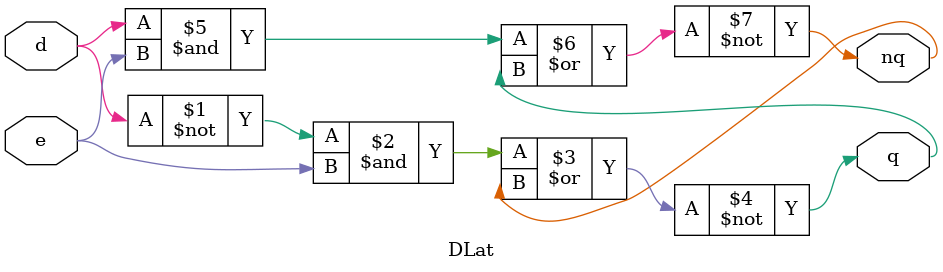
<source format=v>
module DLat(input d, input e, output q, output nq);
	assign q = ~((~d & e) | nq);
	assign nq = ~((d & e) | q);
endmodule

</source>
